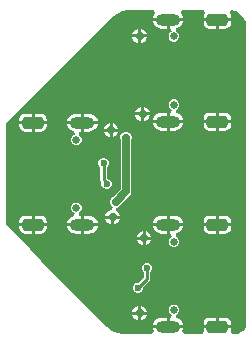
<source format=gbl>
G04*
G04 #@! TF.GenerationSoftware,Altium Limited,Altium Designer,25.6.2 (33)*
G04*
G04 Layer_Physical_Order=2*
G04 Layer_Color=16711680*
%FSLAX44Y44*%
%MOMM*%
G71*
G04*
G04 #@! TF.SameCoordinates,9BB86C1C-490A-4274-8EA7-9D778CBDAB0B*
G04*
G04*
G04 #@! TF.FilePolarity,Positive*
G04*
G01*
G75*
%ADD11C,0.2540*%
%ADD21C,0.6350*%
%ADD23C,0.6500*%
%ADD24O,2.1000X1.0000*%
G04:AMPARAMS|DCode=25|XSize=1.8mm|YSize=1mm|CornerRadius=0.25mm|HoleSize=0mm|Usage=FLASHONLY|Rotation=180.000|XOffset=0mm|YOffset=0mm|HoleType=Round|Shape=RoundedRectangle|*
%AMROUNDEDRECTD25*
21,1,1.8000,0.5000,0,0,180.0*
21,1,1.3000,1.0000,0,0,180.0*
1,1,0.5000,-0.6500,0.2500*
1,1,0.5000,0.6500,0.2500*
1,1,0.5000,0.6500,-0.2500*
1,1,0.5000,-0.6500,-0.2500*
%
%ADD25ROUNDEDRECTD25*%
%ADD26C,0.6000*%
%ADD27C,0.7000*%
G36*
X451057Y563547D02*
X452636Y562893D01*
X454056Y561944D01*
X459214Y556786D01*
X459641Y556359D01*
X460312Y555355D01*
X460774Y554239D01*
X461010Y553054D01*
Y552450D01*
Y296436D01*
Y296009D01*
X460843Y295171D01*
X460517Y294382D01*
X460042Y293672D01*
X458834Y292464D01*
X456703Y291040D01*
X454336Y290060D01*
X451823Y289560D01*
X449841D01*
X449289Y290117D01*
X448156Y292100D01*
X448409Y293370D01*
Y294600D01*
X436770D01*
X425131D01*
Y293370D01*
X425384Y292100D01*
X424250Y290117D01*
X423699Y289560D01*
X408334D01*
X407056Y292068D01*
X407816Y293902D01*
X407908Y294600D01*
X394970D01*
X382032D01*
X382124Y293902D01*
X382884Y292068D01*
X381606Y289560D01*
X357269D01*
X352362Y290536D01*
X347740Y292451D01*
X343579Y295231D01*
X341810Y296999D01*
X287020Y351790D01*
X269240Y370840D01*
X257810Y382270D01*
Y468630D01*
X345620Y556441D01*
X347389Y558209D01*
X351550Y560989D01*
X356172Y562904D01*
X361079Y563880D01*
X383220D01*
X384092Y561348D01*
X382884Y559772D01*
X382124Y557938D01*
X382032Y557240D01*
X394970D01*
X407908D01*
X407816Y557938D01*
X407056Y559772D01*
X405848Y561348D01*
X406720Y563880D01*
X425001D01*
X425129Y563741D01*
X426126Y561340D01*
X425522Y560437D01*
X425131Y558470D01*
Y557240D01*
X436770D01*
X448409D01*
Y558470D01*
X448018Y560437D01*
X447414Y561340D01*
X448411Y563741D01*
X448539Y563880D01*
X449382D01*
X451057Y563547D01*
D02*
G37*
%LPC*%
G36*
X393700Y554700D02*
X382032D01*
X382124Y554002D01*
X382884Y552168D01*
X384092Y550592D01*
X385667Y549384D01*
X387502Y548624D01*
X389470Y548365D01*
X393700D01*
Y554700D01*
D02*
G37*
G36*
X448409D02*
X438040D01*
Y548331D01*
X443270D01*
X445237Y548722D01*
X446904Y549836D01*
X448018Y551503D01*
X448409Y553470D01*
Y554700D01*
D02*
G37*
G36*
X435500D02*
X425131D01*
Y553470D01*
X425522Y551503D01*
X426636Y549836D01*
X428303Y548722D01*
X430270Y548331D01*
X435500D01*
Y554700D01*
D02*
G37*
G36*
X372110Y548302D02*
Y543560D01*
X376852D01*
X375961Y545711D01*
X374261Y547411D01*
X372110Y548302D01*
D02*
G37*
G36*
X369570D02*
X367419Y547411D01*
X365719Y545711D01*
X364828Y543560D01*
X369570D01*
Y548302D01*
D02*
G37*
G36*
X407908Y554700D02*
X396240D01*
Y548365D01*
X397684D01*
X398190Y545825D01*
X397410Y545502D01*
X396138Y544230D01*
X395450Y542569D01*
Y540771D01*
X396138Y539110D01*
X397410Y537838D01*
X399071Y537150D01*
X400869D01*
X402530Y537838D01*
X403802Y539110D01*
X404490Y540771D01*
Y542569D01*
X403802Y544230D01*
X402530Y545502D01*
X401482Y545936D01*
X401774Y548537D01*
X402438Y548624D01*
X404272Y549384D01*
X405848Y550592D01*
X407056Y552168D01*
X407816Y554002D01*
X407908Y554700D01*
D02*
G37*
G36*
X376852Y541020D02*
X372110D01*
Y536278D01*
X374261Y537169D01*
X375961Y538869D01*
X376852Y541020D01*
D02*
G37*
G36*
X369570D02*
X364828D01*
X365719Y538869D01*
X367419Y537169D01*
X369570Y536278D01*
Y541020D01*
D02*
G37*
G36*
X374650Y482262D02*
Y477520D01*
X379392D01*
X378501Y479671D01*
X376801Y481371D01*
X374650Y482262D01*
D02*
G37*
G36*
X372110D02*
X369959Y481371D01*
X368260Y479671D01*
X367368Y477520D01*
X372110D01*
Y482262D01*
D02*
G37*
G36*
X400869Y488390D02*
X399071D01*
X397410Y487702D01*
X396138Y486430D01*
X395450Y484769D01*
Y482971D01*
X396138Y481310D01*
X397410Y480038D01*
X398190Y479715D01*
X397684Y477175D01*
X396240D01*
Y470840D01*
X407908D01*
X407816Y471538D01*
X407056Y473372D01*
X405848Y474948D01*
X404272Y476156D01*
X402438Y476916D01*
X401774Y477003D01*
X401482Y479604D01*
X402530Y480038D01*
X403802Y481310D01*
X404490Y482971D01*
Y484769D01*
X403802Y486430D01*
X402530Y487702D01*
X400869Y488390D01*
D02*
G37*
G36*
X443270Y477209D02*
X438040D01*
Y470840D01*
X448409D01*
Y472070D01*
X448018Y474036D01*
X446904Y475704D01*
X445237Y476818D01*
X443270Y477209D01*
D02*
G37*
G36*
X435500D02*
X430270D01*
X428303Y476818D01*
X426636Y475704D01*
X425522Y474036D01*
X425131Y472070D01*
Y470840D01*
X435500D01*
Y477209D01*
D02*
G37*
G36*
X393700Y477175D02*
X389470D01*
X387502Y476916D01*
X385667Y476156D01*
X384092Y474948D01*
X382884Y473372D01*
X382124Y471538D01*
X382032Y470840D01*
X393700D01*
Y477175D01*
D02*
G37*
G36*
X379392Y474980D02*
X374650D01*
Y470238D01*
X376801Y471129D01*
X378501Y472829D01*
X379392Y474980D01*
D02*
G37*
G36*
X372110D02*
X367368D01*
X368260Y472829D01*
X369959Y471129D01*
X372110Y470238D01*
Y474980D01*
D02*
G37*
G36*
X327970Y476235D02*
X323740D01*
Y469900D01*
X335408D01*
X335316Y470598D01*
X334556Y472433D01*
X333348Y474008D01*
X331772Y475216D01*
X329938Y475976D01*
X327970Y476235D01*
D02*
G37*
G36*
X321200D02*
X316970D01*
X315002Y475976D01*
X313167Y475216D01*
X311592Y474008D01*
X310384Y472433D01*
X309624Y470598D01*
X309532Y469900D01*
X321200D01*
Y476235D01*
D02*
G37*
G36*
X287170Y476269D02*
X281940D01*
Y469900D01*
X292309D01*
Y471130D01*
X291918Y473097D01*
X290804Y474764D01*
X289137Y475878D01*
X287170Y476269D01*
D02*
G37*
G36*
X279400D02*
X274170D01*
X272204Y475878D01*
X270536Y474764D01*
X269422Y473097D01*
X269031Y471130D01*
Y469900D01*
X279400D01*
Y476269D01*
D02*
G37*
G36*
X347980Y468292D02*
Y463550D01*
X352722D01*
X351830Y465701D01*
X350131Y467401D01*
X347980Y468292D01*
D02*
G37*
G36*
X345440D02*
X343289Y467401D01*
X341590Y465701D01*
X340698Y463550D01*
X345440D01*
Y468292D01*
D02*
G37*
G36*
X407908Y468300D02*
X396240D01*
Y461965D01*
X400470D01*
X402438Y462224D01*
X404272Y462984D01*
X405848Y464192D01*
X407056Y465768D01*
X407816Y467602D01*
X407908Y468300D01*
D02*
G37*
G36*
X393700D02*
X382032D01*
X382124Y467602D01*
X382884Y465768D01*
X384092Y464192D01*
X385667Y462984D01*
X387502Y462224D01*
X389470Y461965D01*
X393700D01*
Y468300D01*
D02*
G37*
G36*
X448409D02*
X438040D01*
Y461931D01*
X443270D01*
X445237Y462322D01*
X446904Y463436D01*
X448018Y465103D01*
X448409Y467070D01*
Y468300D01*
D02*
G37*
G36*
X435500D02*
X425131D01*
Y467070D01*
X425522Y465103D01*
X426636Y463436D01*
X428303Y462322D01*
X430270Y461931D01*
X435500D01*
Y468300D01*
D02*
G37*
G36*
X335408Y467360D02*
X323740D01*
Y461025D01*
X327970D01*
X329938Y461284D01*
X331772Y462044D01*
X333348Y463252D01*
X334556Y464827D01*
X335316Y466662D01*
X335408Y467360D01*
D02*
G37*
G36*
X292309D02*
X281940D01*
Y460991D01*
X287170D01*
X289137Y461382D01*
X290804Y462496D01*
X291918Y464164D01*
X292309Y466130D01*
Y467360D01*
D02*
G37*
G36*
X279400D02*
X269031D01*
Y466130D01*
X269422Y464164D01*
X270536Y462496D01*
X272204Y461382D01*
X274170Y460991D01*
X279400D01*
Y467360D01*
D02*
G37*
G36*
X352722Y461010D02*
X347980D01*
Y456268D01*
X350131Y457160D01*
X351830Y458859D01*
X352722Y461010D01*
D02*
G37*
G36*
X345440D02*
X340698D01*
X341590Y458859D01*
X343289Y457160D01*
X345440Y456268D01*
Y461010D01*
D02*
G37*
G36*
X321200Y467360D02*
X309532D01*
X309624Y466662D01*
X310384Y464827D01*
X311592Y463252D01*
X313167Y462044D01*
X315002Y461284D01*
X315666Y461197D01*
X315958Y458596D01*
X314910Y458162D01*
X313638Y456890D01*
X312950Y455229D01*
Y453431D01*
X313638Y451770D01*
X314910Y450498D01*
X316571Y449810D01*
X318369D01*
X320030Y450498D01*
X321302Y451770D01*
X321990Y453431D01*
Y455229D01*
X321302Y456890D01*
X320030Y458162D01*
X319251Y458485D01*
X319756Y461025D01*
X321200D01*
Y467360D01*
D02*
G37*
G36*
X341209Y438610D02*
X339511D01*
X337941Y437960D01*
X336740Y436759D01*
X336090Y435189D01*
Y433491D01*
X336740Y431921D01*
X337770Y430891D01*
Y420036D01*
X337967Y419045D01*
X338529Y418205D01*
X338833Y417900D01*
X338630Y417409D01*
Y415711D01*
X339280Y414141D01*
X340481Y412940D01*
X342051Y412290D01*
X343749D01*
X345319Y412940D01*
X346520Y414141D01*
X347170Y415711D01*
Y417409D01*
X346520Y418979D01*
X345319Y420180D01*
X343749Y420830D01*
X343229D01*
X342950Y421109D01*
Y430891D01*
X343980Y431921D01*
X344630Y433491D01*
Y435189D01*
X343980Y436759D01*
X342779Y437960D01*
X341209Y438610D01*
D02*
G37*
G36*
X360359Y460700D02*
X358461D01*
X356708Y459974D01*
X355366Y458632D01*
X354640Y456879D01*
Y454981D01*
X354878Y454407D01*
Y412263D01*
X348092Y405477D01*
X347818Y405364D01*
X346476Y404022D01*
X345750Y402269D01*
Y400371D01*
X346476Y398618D01*
X347818Y397276D01*
X348002Y397200D01*
X347497Y394660D01*
X346779D01*
X344559Y393741D01*
X342859Y392041D01*
X341968Y389890D01*
X353992D01*
X353101Y392041D01*
X351401Y393741D01*
X350751Y394010D01*
X351256Y396550D01*
X351469D01*
X353222Y397276D01*
X354564Y398618D01*
X354926Y399493D01*
X362615Y407181D01*
X362615Y407181D01*
X363597Y408652D01*
X363942Y410386D01*
X363942Y410386D01*
Y454407D01*
X364180Y454981D01*
Y456879D01*
X363454Y458632D01*
X362112Y459974D01*
X360359Y460700D01*
D02*
G37*
G36*
X400470Y389875D02*
X396240D01*
Y383540D01*
X407908D01*
X407816Y384238D01*
X407056Y386073D01*
X405848Y387648D01*
X404272Y388856D01*
X402438Y389616D01*
X400470Y389875D01*
D02*
G37*
G36*
X443270Y389909D02*
X438040D01*
Y383540D01*
X448409D01*
Y384770D01*
X448018Y386736D01*
X446904Y388404D01*
X445237Y389518D01*
X443270Y389909D01*
D02*
G37*
G36*
X435500D02*
X430270D01*
X428303Y389518D01*
X426636Y388404D01*
X425522Y386736D01*
X425131Y384770D01*
Y383540D01*
X435500D01*
Y389909D01*
D02*
G37*
G36*
X393700Y389875D02*
X389470D01*
X387502Y389616D01*
X385667Y388856D01*
X384092Y387648D01*
X382884Y386073D01*
X382124Y384238D01*
X382032Y383540D01*
X393700D01*
Y389875D01*
D02*
G37*
G36*
X327970Y389835D02*
X323740D01*
Y383500D01*
X335408D01*
X335316Y384198D01*
X334556Y386033D01*
X333348Y387608D01*
X331772Y388816D01*
X329938Y389576D01*
X327970Y389835D01*
D02*
G37*
G36*
X318369Y401050D02*
X316571D01*
X314910Y400362D01*
X313638Y399090D01*
X312950Y397429D01*
Y395631D01*
X313638Y393970D01*
X314910Y392698D01*
X315958Y392264D01*
X315666Y389663D01*
X315002Y389576D01*
X313167Y388816D01*
X311592Y387608D01*
X310384Y386033D01*
X309624Y384198D01*
X309532Y383500D01*
X321200D01*
Y389835D01*
X319756D01*
X319251Y392375D01*
X320030Y392698D01*
X321302Y393970D01*
X321990Y395631D01*
Y397429D01*
X321302Y399090D01*
X320030Y400362D01*
X318369Y401050D01*
D02*
G37*
G36*
X287170Y389869D02*
X281940D01*
Y383500D01*
X292309D01*
Y384730D01*
X291918Y386697D01*
X290804Y388364D01*
X289137Y389478D01*
X287170Y389869D01*
D02*
G37*
G36*
X279400D02*
X274170D01*
X272204Y389478D01*
X270536Y388364D01*
X269422Y386697D01*
X269031Y384730D01*
Y383500D01*
X279400D01*
Y389869D01*
D02*
G37*
G36*
X353992Y387350D02*
X349250D01*
Y382608D01*
X351401Y383499D01*
X353101Y385199D01*
X353992Y387350D01*
D02*
G37*
G36*
X346710D02*
X341968D01*
X342859Y385199D01*
X344559Y383499D01*
X346710Y382608D01*
Y387350D01*
D02*
G37*
G36*
X393700Y381000D02*
X382032D01*
X382124Y380302D01*
X382884Y378467D01*
X384092Y376892D01*
X385667Y375684D01*
X387502Y374924D01*
X389470Y374665D01*
X393700D01*
Y381000D01*
D02*
G37*
G36*
X448409D02*
X438040D01*
Y374631D01*
X443270D01*
X445237Y375022D01*
X446904Y376136D01*
X448018Y377803D01*
X448409Y379770D01*
Y381000D01*
D02*
G37*
G36*
X435500D02*
X425131D01*
Y379770D01*
X425522Y377803D01*
X426636Y376136D01*
X428303Y375022D01*
X430270Y374631D01*
X435500D01*
Y381000D01*
D02*
G37*
G36*
X335408Y380960D02*
X323740D01*
Y374625D01*
X327970D01*
X329938Y374884D01*
X331772Y375644D01*
X333348Y376852D01*
X334556Y378428D01*
X335316Y380262D01*
X335408Y380960D01*
D02*
G37*
G36*
X321200D02*
X309532D01*
X309624Y380262D01*
X310384Y378428D01*
X311592Y376852D01*
X313167Y375644D01*
X315002Y374884D01*
X316970Y374625D01*
X321200D01*
Y380960D01*
D02*
G37*
G36*
X292309D02*
X281940D01*
Y374591D01*
X287170D01*
X289137Y374982D01*
X290804Y376096D01*
X291918Y377763D01*
X292309Y379730D01*
Y380960D01*
D02*
G37*
G36*
X279400D02*
X269031D01*
Y379730D01*
X269422Y377763D01*
X270536Y376096D01*
X272204Y374982D01*
X274170Y374591D01*
X279400D01*
Y380960D01*
D02*
G37*
G36*
X375920Y376852D02*
Y372110D01*
X380662D01*
X379771Y374261D01*
X378071Y375961D01*
X375920Y376852D01*
D02*
G37*
G36*
X373380D02*
X371229Y375961D01*
X369529Y374261D01*
X368638Y372110D01*
X373380D01*
Y376852D01*
D02*
G37*
G36*
X380662Y369570D02*
X375920D01*
Y364828D01*
X378071Y365719D01*
X379771Y367419D01*
X380662Y369570D01*
D02*
G37*
G36*
X373380D02*
X368638D01*
X369529Y367419D01*
X371229Y365719D01*
X373380Y364828D01*
Y369570D01*
D02*
G37*
G36*
X407908Y381000D02*
X396240D01*
Y374665D01*
X397684D01*
X398190Y372125D01*
X397410Y371802D01*
X396138Y370530D01*
X395450Y368869D01*
Y367071D01*
X396138Y365410D01*
X397410Y364138D01*
X399071Y363450D01*
X400869D01*
X402530Y364138D01*
X403802Y365410D01*
X404490Y367071D01*
Y368869D01*
X403802Y370530D01*
X402530Y371802D01*
X401482Y372236D01*
X401774Y374837D01*
X402438Y374924D01*
X404272Y375684D01*
X405848Y376892D01*
X407056Y378467D01*
X407816Y380302D01*
X407908Y381000D01*
D02*
G37*
G36*
X378039Y349710D02*
X376341D01*
X374771Y349060D01*
X373570Y347859D01*
X372920Y346289D01*
Y344591D01*
X373570Y343021D01*
X374600Y341991D01*
Y337623D01*
X370177Y333200D01*
X368721D01*
X367151Y332550D01*
X365950Y331349D01*
X365300Y329779D01*
Y328081D01*
X365950Y326511D01*
X367151Y325310D01*
X368721Y324660D01*
X370419D01*
X371989Y325310D01*
X373190Y326511D01*
X373840Y328081D01*
Y329538D01*
X379021Y334719D01*
X379583Y335559D01*
X379780Y336550D01*
Y341991D01*
X380810Y343021D01*
X381460Y344591D01*
Y346289D01*
X380810Y347859D01*
X379609Y349060D01*
X378039Y349710D01*
D02*
G37*
G36*
X372110Y313352D02*
Y308610D01*
X376852D01*
X375961Y310761D01*
X374261Y312460D01*
X372110Y313352D01*
D02*
G37*
G36*
X369570D02*
X367419Y312460D01*
X365719Y310761D01*
X364828Y308610D01*
X369570D01*
Y313352D01*
D02*
G37*
G36*
X376852Y306070D02*
X372110D01*
Y301328D01*
X374261Y302220D01*
X375961Y303919D01*
X376852Y306070D01*
D02*
G37*
G36*
X369570D02*
X364828D01*
X365719Y303919D01*
X367419Y302220D01*
X369570Y301328D01*
Y306070D01*
D02*
G37*
G36*
X400869Y314690D02*
X399071D01*
X397410Y314002D01*
X396138Y312730D01*
X395450Y311069D01*
Y309271D01*
X396138Y307610D01*
X397410Y306338D01*
X398190Y306015D01*
X397684Y303475D01*
X396240D01*
Y297140D01*
X407908D01*
X407816Y297838D01*
X407056Y299673D01*
X405848Y301248D01*
X404272Y302456D01*
X402438Y303216D01*
X401774Y303303D01*
X401482Y305904D01*
X402530Y306338D01*
X403802Y307610D01*
X404490Y309271D01*
Y311069D01*
X403802Y312730D01*
X402530Y314002D01*
X400869Y314690D01*
D02*
G37*
G36*
X443270Y303509D02*
X438040D01*
Y297140D01*
X448409D01*
Y298370D01*
X448018Y300336D01*
X446904Y302004D01*
X445237Y303118D01*
X443270Y303509D01*
D02*
G37*
G36*
X435500D02*
X430270D01*
X428303Y303118D01*
X426636Y302004D01*
X425522Y300336D01*
X425131Y298370D01*
Y297140D01*
X435500D01*
Y303509D01*
D02*
G37*
G36*
X393700Y303475D02*
X389470D01*
X387502Y303216D01*
X385667Y302456D01*
X384092Y301248D01*
X382884Y299673D01*
X382124Y297838D01*
X382032Y297140D01*
X393700D01*
Y303475D01*
D02*
G37*
%LPD*%
D11*
X342900Y416560D02*
Y417496D01*
X340360Y420036D02*
X342900Y417496D01*
X340360Y420036D02*
Y434340D01*
X369570Y328930D02*
X377190Y336550D01*
Y345440D01*
D21*
X350520Y401320D02*
Y401496D01*
X359410Y410386D01*
Y455930D01*
D23*
X399970Y310170D02*
D03*
Y367970D02*
D03*
Y483870D02*
D03*
Y541670D02*
D03*
X317470Y454330D02*
D03*
Y396530D02*
D03*
D24*
X394970Y382270D02*
D03*
Y295870D02*
D03*
Y555970D02*
D03*
Y469570D02*
D03*
X322470Y382230D02*
D03*
Y468630D02*
D03*
D25*
X436770Y382270D02*
D03*
Y295870D02*
D03*
Y555970D02*
D03*
Y469570D02*
D03*
X280670Y382230D02*
D03*
Y468630D02*
D03*
D26*
X342900Y416560D02*
D03*
X340360Y434340D02*
D03*
X369570Y328930D02*
D03*
X377190Y345440D02*
D03*
D27*
X370840Y307340D02*
D03*
X374650Y370840D02*
D03*
X370840Y542290D02*
D03*
X373380Y476250D02*
D03*
X346710Y462280D02*
D03*
X347980Y388620D02*
D03*
X350520Y401320D02*
D03*
X359410Y455930D02*
D03*
M02*

</source>
